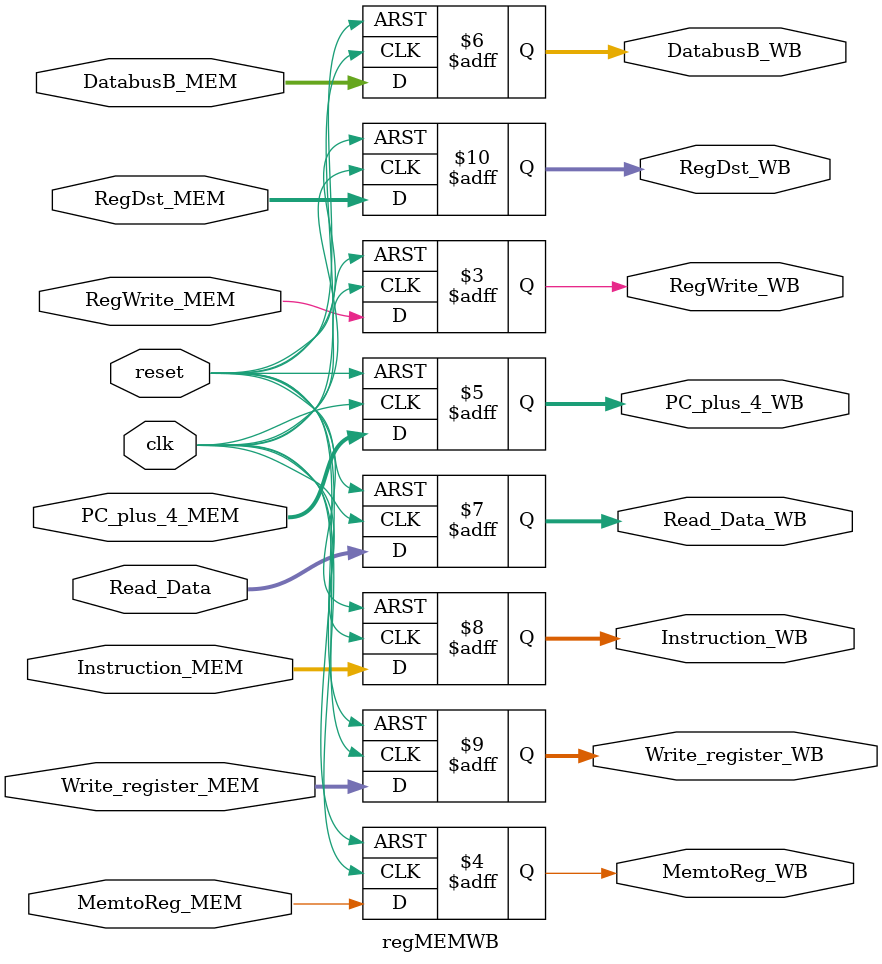
<source format=v>
module regIFID(clk, reset, PC_plus_4, Instruction, PC_plus_4_ID, Instruction_ID);
 	input clk;
 	input reset;
 	input [31:0] PC_plus_4;
 	input [31:0] Instruction;
 	output reg [31:0] PC_plus_4_ID;
 	output reg [31:0] Instruction_ID;
 	always @(negedge reset  or posedge clk)
	begin
		if (~reset) begin
			PC_plus_4_ID <= 32'h0;
			Instruction_ID <= 0;
		end
		else begin
			PC_plus_4_ID <= PC_plus_4;
			Instruction_ID <= Instruction;
		end
	end
 endmodule // regIFID

//可能还要存一个read_data1, read_data2暂时没想清楚
module regIDEX(clk, reset, PC_plus_4_ID, PCSrc, RegWrite, MemRead, MemWrite, MemtoReg, 
	ALUFun, Sign, Write_register, ALUSrc1, ALUSrc2, Instruction, 
	Databus1, Databus2, Lu_out, Branch_target, RegDst,
	PCSrc_EX, RegWrite_EX, MemRead_EX, MemWrite_EX, MemtoReg_EX, 
	ALUFun_EX, Sign_EX, PC_plus_4_EX, Write_register_EX,
	ALUSrc1_EX, ALUSrc2_EX, Instruction_EX,
	Databus1_EX, Databus2_EX, Lu_out_EX, Branch_target_EX, RegDst_EX);
	input clk;
 	input reset;
	input [31:0] PC_plus_4_ID, Instruction, Databus1, Databus2, Lu_out, Branch_target;
	input [2:0] PCSrc;
	input [1:0] RegDst;
	input RegWrite;
	input MemRead;
	input MemWrite;
	input MemtoReg;
	input ALUSrc1, ALUSrc2;
	input [5:0] ALUFun;
	input Sign;
	input [4:0] Write_register;
	output reg [2:0] PCSrc_EX;
	output reg RegWrite_EX;
	output reg MemRead_EX;
	output reg MemWrite_EX;
	output reg MemtoReg_EX;
	output reg [5:0] ALUFun_EX;
	output reg Sign_EX;
	output reg [31:0] PC_plus_4_EX,Instruction_EX, Databus1_EX,Databus2_EX, Lu_out_EX, Branch_target_EX;
	output reg [4:0] Write_register_EX;
	output reg [1:0] RegDst_EX;
	output reg ALUSrc1_EX, ALUSrc2_EX;

	always @(negedge reset or posedge clk)
	begin
		if (~reset)
		begin
			PC_plus_4_EX <= 32'h0;
			PCSrc_EX <= 3'b0;
			RegWrite_EX <= 0;
			MemRead_EX <= 0;
			MemWrite_EX <= 0;
			MemtoReg_EX <= 0;
			ALUFun_EX <= 0;
			Sign_EX <= 0;
			Write_register_EX <= 0;
			Lu_out_EX <= 0;
			Branch_target_EX <= 0;
			Instruction_EX <= 0;
			Databus1_EX <= 0;
			Databus2_EX <= 0;
			RegDst_EX <= 0;
			ALUSrc1_EX <= 0;
			ALUSrc2_EX <= 0;
		end
		else 
		begin
			PC_plus_4_EX <= PC_plus_4_ID;
			PCSrc_EX <= PCSrc;
			Instruction_EX <= Instruction;
			RegWrite_EX <= RegWrite;
			MemRead_EX <= MemRead;
			MemWrite_EX <= MemWrite;
			MemtoReg_EX <= MemtoReg;
			ALUFun_EX <= ALUFun;
			Sign_EX <= Sign;
			Lu_out_EX <= Lu_out;
			Branch_target_EX <= Branch_target;
			Databus1_EX <= Databus1;
			Databus2_EX <= Databus2;
			Write_register_EX <= Write_register;
			RegDst_EX <= RegDst;
			ALUSrc1_EX <= ALUSrc1;
			ALUSrc2_EX <= ALUSrc2;
			Lu_out_EX <= Lu_out;
		end
	end
endmodule // regIDEX

module regEXMEM(clk , reset, Instruction, outZ, Databus1, Databus2, PC_plus_4_EX, PCSrc_EX, RegWrite_EX, 
	MemRead_EX, MemWrite_EX, MemtoReg_EX, Write_register_EX,Branch_target, RegDst_EX,
	Instruction_MEM, outZ_MEM, Databus1_MEM, Databus2_MEM, PCSrc_MEM, RegWrite_MEM, MemRead_MEM,
	MemWrite_MEM, MemtoReg_MEM, PC_plus_4_MEM, Write_register_MEM,
	Branch_target_MEM, RegDst_MEM);
	input clk;
 	input reset;
	input [31:0] Instruction, outZ, Databus1, Databus2, Branch_target;
	input [31:0] PC_plus_4_EX;
	input [2:0] PCSrc_EX;
	input [1:0] RegDst_EX;
	input RegWrite_EX;
	input MemRead_EX;
	input MemWrite_EX;
	input MemtoReg_EX;
	input Write_register_EX;
	output reg [31:0] Instruction_MEM, outZ_MEM, Databus1_MEM,Databus2_MEM,Branch_target_MEM;
	output reg [2:0] PCSrc_MEM;
	output reg [1:0] RegDst_MEM;
	output reg RegWrite_MEM;
	output reg MemRead_MEM;
	output reg MemWrite_MEM;
	output reg MemtoReg_MEM;
	output reg [31:0] PC_plus_4_MEM;
	output reg [4:0] Write_register_MEM;
	always @(negedge reset or posedge clk)
	begin
		if (~reset)
		begin
			Branch_target_MEM <= 0;
			Instruction_MEM <= 0;
			outZ_MEM <= 0;
			Databus1_MEM <= 0;
			Databus2_MEM <= 0;
			PCSrc_MEM <= 0;
			RegWrite_MEM <= 0;
			MemRead_MEM <= 0;
			MemWrite_MEM <= 0;
			MemtoReg_MEM <= 0;
			PC_plus_4_MEM <= 0;
			Write_register_MEM <= 0;
			RegDst_MEM <= 0;
		end
		else 
		begin
			Branch_target_MEM <= Branch_target;
			Instruction_MEM <= Instruction;
			outZ_MEM <= outZ;
			Databus1_MEM <= Databus1;
			Databus2_MEM <= Databus2;
			PCSrc_MEM <= PCSrc_EX;
			RegWrite_MEM <= RegWrite_EX;
			MemRead_MEM <= MemRead_EX;
			MemWrite_MEM <= MemWrite_EX;
			MemtoReg_MEM <= MemtoReg_EX;
			PC_plus_4_MEM <= PC_plus_4_EX;
			Write_register_MEM <= Write_register_EX;
			RegDst_MEM <= RegDst_EX;
		end
	end
endmodule // regEXMEM

module regMEMWB(clk, reset, Instruction_MEM, PC_plus_4_MEM, DatabusB_MEM, RegWrite_MEM, MemtoReg_MEM, Write_register_MEM, 
	Read_Data, RegDst_MEM,
	DatabusB_WB, RegWrite_WB, MemtoReg_WB, PC_plus_4_WB, Write_register_WB,
	Read_Data_WB, RegDst_WB, Instruction_WB);
	input clk;
 	input reset;
	input [31:0] PC_plus_4_MEM, DatabusB_MEM,Read_Data, Instruction_MEM;
	input [1:0] RegDst_MEM;
	input RegWrite_MEM;
	input MemtoReg_MEM;
	input [4:0] Write_register_MEM;
	output reg RegWrite_WB;
	output reg MemtoReg_WB;
	output reg [31:0] PC_plus_4_WB, DatabusB_WB, Read_Data_WB, Instruction_WB;
	output reg [4:0] Write_register_WB;
	output reg [1:0] RegDst_WB;
	always @(negedge reset or posedge clk)
	begin
		if (~reset)
		begin
			Read_Data_WB <= 0;
			RegWrite_WB <= 0;
			MemtoReg_WB <= 0;
			PC_plus_4_WB <= 0;
			DatabusB_WB <= 0;
			Write_register_WB <= 0;
			RegDst_WB <= 0;
			Instruction_WB <= 0;
		end
		else 
		begin
			Read_Data_WB <= Read_Data;
			RegWrite_WB <= RegWrite_MEM;
			MemtoReg_WB <= MemtoReg_MEM;
			PC_plus_4_WB <= PC_plus_4_MEM;
			DatabusB_WB <= DatabusB_MEM;
			Write_register_WB <= Write_register_MEM;
			RegDst_WB <= RegDst_MEM;
			Instruction_WB <= Instruction_MEM;
		end
	end
endmodule // regMEMWB
</source>
